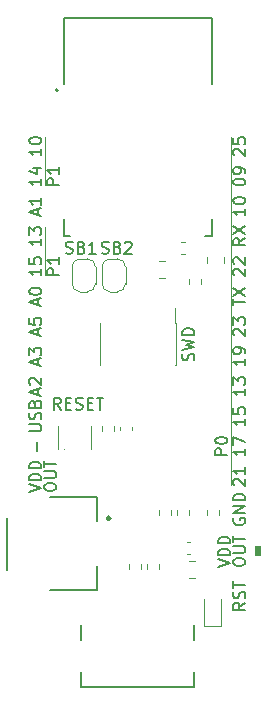
<source format=gbr>
%TF.GenerationSoftware,KiCad,Pcbnew,5.1.7-a382d34a8~88~ubuntu18.04.1*%
%TF.CreationDate,2022-09-03T09:09:10-04:00*%
%TF.ProjectId,project-MS88SF3-breakout,70726f6a-6563-4742-9d4d-533838534633,rev?*%
%TF.SameCoordinates,Original*%
%TF.FileFunction,Legend,Top*%
%TF.FilePolarity,Positive*%
%FSLAX46Y46*%
G04 Gerber Fmt 4.6, Leading zero omitted, Abs format (unit mm)*
G04 Created by KiCad (PCBNEW 5.1.7-a382d34a8~88~ubuntu18.04.1) date 2022-09-03 09:09:10*
%MOMM*%
%LPD*%
G01*
G04 APERTURE LIST*
%ADD10C,0.150000*%
%ADD11C,0.120000*%
%ADD12C,0.500000*%
%ADD13C,0.127000*%
%ADD14C,0.200000*%
%ADD15C,0.100000*%
%ADD16C,0.300000*%
%ADD17R,1.300000X1.800000*%
%ADD18R,1.100000X0.350000*%
%ADD19R,0.350000X1.100000*%
%ADD20O,1.700000X1.700000*%
%ADD21R,1.700000X1.700000*%
%ADD22R,0.300000X1.150000*%
%ADD23R,0.600000X1.150000*%
%ADD24C,0.650000*%
%ADD25O,1.050000X2.100000*%
%ADD26O,1.000000X2.000000*%
%ADD27R,0.700000X0.350000*%
%ADD28R,0.600000X0.650000*%
%ADD29R,3.400000X1.500000*%
%ADD30R,3.500000X1.000000*%
%ADD31C,3.500000*%
%ADD32R,0.740000X2.400000*%
G04 APERTURE END LIST*
D10*
X39584380Y-116062000D02*
X39584380Y-115871523D01*
X39632000Y-115776285D01*
X39727238Y-115681047D01*
X39917714Y-115633428D01*
X40251047Y-115633428D01*
X40441523Y-115681047D01*
X40536761Y-115776285D01*
X40584380Y-115871523D01*
X40584380Y-116062000D01*
X40536761Y-116157238D01*
X40441523Y-116252476D01*
X40251047Y-116300095D01*
X39917714Y-116300095D01*
X39727238Y-116252476D01*
X39632000Y-116157238D01*
X39584380Y-116062000D01*
X39584380Y-115204857D02*
X40393904Y-115204857D01*
X40489142Y-115157238D01*
X40536761Y-115109619D01*
X40584380Y-115014380D01*
X40584380Y-114823904D01*
X40536761Y-114728666D01*
X40489142Y-114681047D01*
X40393904Y-114633428D01*
X39584380Y-114633428D01*
X39584380Y-114300095D02*
X39584380Y-113728666D01*
X40584380Y-114014380D02*
X39584380Y-114014380D01*
X40838380Y-90400095D02*
X39838380Y-90400095D01*
X39838380Y-90019142D01*
X39886000Y-89923904D01*
X39933619Y-89876285D01*
X40028857Y-89828666D01*
X40171714Y-89828666D01*
X40266952Y-89876285D01*
X40314571Y-89923904D01*
X40362190Y-90019142D01*
X40362190Y-90400095D01*
X40838380Y-88876285D02*
X40838380Y-89447714D01*
X40838380Y-89162000D02*
X39838380Y-89162000D01*
X39981238Y-89257238D01*
X40076476Y-89352476D01*
X40124095Y-89447714D01*
D11*
X39624000Y-90424000D02*
X39624000Y-86360000D01*
D10*
X39314380Y-87312476D02*
X39314380Y-87883904D01*
X39314380Y-87598190D02*
X38314380Y-87598190D01*
X38457238Y-87693428D01*
X38552476Y-87788666D01*
X38600095Y-87883904D01*
X38314380Y-86693428D02*
X38314380Y-86598190D01*
X38362000Y-86502952D01*
X38409619Y-86455333D01*
X38504857Y-86407714D01*
X38695333Y-86360095D01*
X38933428Y-86360095D01*
X39123904Y-86407714D01*
X39219142Y-86455333D01*
X39266761Y-86502952D01*
X39314380Y-86598190D01*
X39314380Y-86693428D01*
X39266761Y-86788666D01*
X39219142Y-86836285D01*
X39123904Y-86883904D01*
X38933428Y-86931523D01*
X38695333Y-86931523D01*
X38504857Y-86883904D01*
X38409619Y-86836285D01*
X38362000Y-86788666D01*
X38314380Y-86693428D01*
X39314380Y-89852476D02*
X39314380Y-90423904D01*
X39314380Y-90138190D02*
X38314380Y-90138190D01*
X38457238Y-90233428D01*
X38552476Y-90328666D01*
X38600095Y-90423904D01*
X38647714Y-88995333D02*
X39314380Y-88995333D01*
X38266761Y-89233428D02*
X38981047Y-89471523D01*
X38981047Y-88852476D01*
X39028666Y-92916285D02*
X39028666Y-92440095D01*
X39314380Y-93011523D02*
X38314380Y-92678190D01*
X39314380Y-92344857D01*
X39314380Y-91487714D02*
X39314380Y-92059142D01*
X39314380Y-91773428D02*
X38314380Y-91773428D01*
X38457238Y-91868666D01*
X38552476Y-91963904D01*
X38600095Y-92059142D01*
X39314380Y-94932476D02*
X39314380Y-95503904D01*
X39314380Y-95218190D02*
X38314380Y-95218190D01*
X38457238Y-95313428D01*
X38552476Y-95408666D01*
X38600095Y-95503904D01*
X38314380Y-94599142D02*
X38314380Y-93980095D01*
X38695333Y-94313428D01*
X38695333Y-94170571D01*
X38742952Y-94075333D01*
X38790571Y-94027714D01*
X38885809Y-93980095D01*
X39123904Y-93980095D01*
X39219142Y-94027714D01*
X39266761Y-94075333D01*
X39314380Y-94170571D01*
X39314380Y-94456285D01*
X39266761Y-94551523D01*
X39219142Y-94599142D01*
D11*
X39624000Y-98044000D02*
X39624000Y-93980000D01*
D10*
X40838380Y-98020095D02*
X39838380Y-98020095D01*
X39838380Y-97639142D01*
X39886000Y-97543904D01*
X39933619Y-97496285D01*
X40028857Y-97448666D01*
X40171714Y-97448666D01*
X40266952Y-97496285D01*
X40314571Y-97543904D01*
X40362190Y-97639142D01*
X40362190Y-98020095D01*
X40838380Y-96496285D02*
X40838380Y-97067714D01*
X40838380Y-96782000D02*
X39838380Y-96782000D01*
X39981238Y-96877238D01*
X40076476Y-96972476D01*
X40124095Y-97067714D01*
X39314380Y-97472476D02*
X39314380Y-98043904D01*
X39314380Y-97758190D02*
X38314380Y-97758190D01*
X38457238Y-97853428D01*
X38552476Y-97948666D01*
X38600095Y-98043904D01*
X38314380Y-96567714D02*
X38314380Y-97043904D01*
X38790571Y-97091523D01*
X38742952Y-97043904D01*
X38695333Y-96948666D01*
X38695333Y-96710571D01*
X38742952Y-96615333D01*
X38790571Y-96567714D01*
X38885809Y-96520095D01*
X39123904Y-96520095D01*
X39219142Y-96567714D01*
X39266761Y-96615333D01*
X39314380Y-96710571D01*
X39314380Y-96948666D01*
X39266761Y-97043904D01*
X39219142Y-97091523D01*
X39028666Y-100536285D02*
X39028666Y-100060095D01*
X39314380Y-100631523D02*
X38314380Y-100298190D01*
X39314380Y-99964857D01*
X38314380Y-99441047D02*
X38314380Y-99345809D01*
X38362000Y-99250571D01*
X38409619Y-99202952D01*
X38504857Y-99155333D01*
X38695333Y-99107714D01*
X38933428Y-99107714D01*
X39123904Y-99155333D01*
X39219142Y-99202952D01*
X39266761Y-99250571D01*
X39314380Y-99345809D01*
X39314380Y-99441047D01*
X39266761Y-99536285D01*
X39219142Y-99583904D01*
X39123904Y-99631523D01*
X38933428Y-99679142D01*
X38695333Y-99679142D01*
X38504857Y-99631523D01*
X38409619Y-99583904D01*
X38362000Y-99536285D01*
X38314380Y-99441047D01*
X39028666Y-103076285D02*
X39028666Y-102600095D01*
X39314380Y-103171523D02*
X38314380Y-102838190D01*
X39314380Y-102504857D01*
X38314380Y-101695333D02*
X38314380Y-102171523D01*
X38790571Y-102219142D01*
X38742952Y-102171523D01*
X38695333Y-102076285D01*
X38695333Y-101838190D01*
X38742952Y-101742952D01*
X38790571Y-101695333D01*
X38885809Y-101647714D01*
X39123904Y-101647714D01*
X39219142Y-101695333D01*
X39266761Y-101742952D01*
X39314380Y-101838190D01*
X39314380Y-102076285D01*
X39266761Y-102171523D01*
X39219142Y-102219142D01*
X39028666Y-105616285D02*
X39028666Y-105140095D01*
X39314380Y-105711523D02*
X38314380Y-105378190D01*
X39314380Y-105044857D01*
X38314380Y-104806761D02*
X38314380Y-104187714D01*
X38695333Y-104521047D01*
X38695333Y-104378190D01*
X38742952Y-104282952D01*
X38790571Y-104235333D01*
X38885809Y-104187714D01*
X39123904Y-104187714D01*
X39219142Y-104235333D01*
X39266761Y-104282952D01*
X39314380Y-104378190D01*
X39314380Y-104663904D01*
X39266761Y-104759142D01*
X39219142Y-104806761D01*
X39028666Y-108156285D02*
X39028666Y-107680095D01*
X39314380Y-108251523D02*
X38314380Y-107918190D01*
X39314380Y-107584857D01*
X38409619Y-107299142D02*
X38362000Y-107251523D01*
X38314380Y-107156285D01*
X38314380Y-106918190D01*
X38362000Y-106822952D01*
X38409619Y-106775333D01*
X38504857Y-106727714D01*
X38600095Y-106727714D01*
X38742952Y-106775333D01*
X39314380Y-107346761D01*
X39314380Y-106727714D01*
X38314380Y-111243904D02*
X39123904Y-111243904D01*
X39219142Y-111196285D01*
X39266761Y-111148666D01*
X39314380Y-111053428D01*
X39314380Y-110862952D01*
X39266761Y-110767714D01*
X39219142Y-110720095D01*
X39123904Y-110672476D01*
X38314380Y-110672476D01*
X39266761Y-110243904D02*
X39314380Y-110101047D01*
X39314380Y-109862952D01*
X39266761Y-109767714D01*
X39219142Y-109720095D01*
X39123904Y-109672476D01*
X39028666Y-109672476D01*
X38933428Y-109720095D01*
X38885809Y-109767714D01*
X38838190Y-109862952D01*
X38790571Y-110053428D01*
X38742952Y-110148666D01*
X38695333Y-110196285D01*
X38600095Y-110243904D01*
X38504857Y-110243904D01*
X38409619Y-110196285D01*
X38362000Y-110148666D01*
X38314380Y-110053428D01*
X38314380Y-109815333D01*
X38362000Y-109672476D01*
X38790571Y-108910571D02*
X38838190Y-108767714D01*
X38885809Y-108720095D01*
X38981047Y-108672476D01*
X39123904Y-108672476D01*
X39219142Y-108720095D01*
X39266761Y-108767714D01*
X39314380Y-108862952D01*
X39314380Y-109243904D01*
X38314380Y-109243904D01*
X38314380Y-108910571D01*
X38362000Y-108815333D01*
X38409619Y-108767714D01*
X38504857Y-108720095D01*
X38600095Y-108720095D01*
X38695333Y-108767714D01*
X38742952Y-108815333D01*
X38790571Y-108910571D01*
X38790571Y-109243904D01*
X38933428Y-112902952D02*
X38933428Y-112141047D01*
X38314380Y-116395333D02*
X39314380Y-116062000D01*
X38314380Y-115728666D01*
X39314380Y-115395333D02*
X38314380Y-115395333D01*
X38314380Y-115157238D01*
X38362000Y-115014380D01*
X38457238Y-114919142D01*
X38552476Y-114871523D01*
X38742952Y-114823904D01*
X38885809Y-114823904D01*
X39076285Y-114871523D01*
X39171523Y-114919142D01*
X39266761Y-115014380D01*
X39314380Y-115157238D01*
X39314380Y-115395333D01*
X39314380Y-114395333D02*
X38314380Y-114395333D01*
X38314380Y-114157238D01*
X38362000Y-114014380D01*
X38457238Y-113919142D01*
X38552476Y-113871523D01*
X38742952Y-113823904D01*
X38885809Y-113823904D01*
X39076285Y-113871523D01*
X39171523Y-113919142D01*
X39266761Y-114014380D01*
X39314380Y-114157238D01*
X39314380Y-114395333D01*
X55681619Y-87883904D02*
X55634000Y-87836285D01*
X55586380Y-87741047D01*
X55586380Y-87502952D01*
X55634000Y-87407714D01*
X55681619Y-87360095D01*
X55776857Y-87312476D01*
X55872095Y-87312476D01*
X56014952Y-87360095D01*
X56586380Y-87931523D01*
X56586380Y-87312476D01*
X55586380Y-86407714D02*
X55586380Y-86883904D01*
X56062571Y-86931523D01*
X56014952Y-86883904D01*
X55967333Y-86788666D01*
X55967333Y-86550571D01*
X56014952Y-86455333D01*
X56062571Y-86407714D01*
X56157809Y-86360095D01*
X56395904Y-86360095D01*
X56491142Y-86407714D01*
X56538761Y-86455333D01*
X56586380Y-86550571D01*
X56586380Y-86788666D01*
X56538761Y-86883904D01*
X56491142Y-86931523D01*
X55586380Y-90185809D02*
X55586380Y-90090571D01*
X55634000Y-89995333D01*
X55681619Y-89947714D01*
X55776857Y-89900095D01*
X55967333Y-89852476D01*
X56205428Y-89852476D01*
X56395904Y-89900095D01*
X56491142Y-89947714D01*
X56538761Y-89995333D01*
X56586380Y-90090571D01*
X56586380Y-90185809D01*
X56538761Y-90281047D01*
X56491142Y-90328666D01*
X56395904Y-90376285D01*
X56205428Y-90423904D01*
X55967333Y-90423904D01*
X55776857Y-90376285D01*
X55681619Y-90328666D01*
X55634000Y-90281047D01*
X55586380Y-90185809D01*
X56586380Y-89376285D02*
X56586380Y-89185809D01*
X56538761Y-89090571D01*
X56491142Y-89042952D01*
X56348285Y-88947714D01*
X56157809Y-88900095D01*
X55776857Y-88900095D01*
X55681619Y-88947714D01*
X55634000Y-88995333D01*
X55586380Y-89090571D01*
X55586380Y-89281047D01*
X55634000Y-89376285D01*
X55681619Y-89423904D01*
X55776857Y-89471523D01*
X56014952Y-89471523D01*
X56110190Y-89423904D01*
X56157809Y-89376285D01*
X56205428Y-89281047D01*
X56205428Y-89090571D01*
X56157809Y-88995333D01*
X56110190Y-88947714D01*
X56014952Y-88900095D01*
X56586380Y-92392476D02*
X56586380Y-92963904D01*
X56586380Y-92678190D02*
X55586380Y-92678190D01*
X55729238Y-92773428D01*
X55824476Y-92868666D01*
X55872095Y-92963904D01*
X55586380Y-91773428D02*
X55586380Y-91678190D01*
X55634000Y-91582952D01*
X55681619Y-91535333D01*
X55776857Y-91487714D01*
X55967333Y-91440095D01*
X56205428Y-91440095D01*
X56395904Y-91487714D01*
X56491142Y-91535333D01*
X56538761Y-91582952D01*
X56586380Y-91678190D01*
X56586380Y-91773428D01*
X56538761Y-91868666D01*
X56491142Y-91916285D01*
X56395904Y-91963904D01*
X56205428Y-92011523D01*
X55967333Y-92011523D01*
X55776857Y-91963904D01*
X55681619Y-91916285D01*
X55634000Y-91868666D01*
X55586380Y-91773428D01*
X56586380Y-94908666D02*
X56110190Y-95242000D01*
X56586380Y-95480095D02*
X55586380Y-95480095D01*
X55586380Y-95099142D01*
X55634000Y-95003904D01*
X55681619Y-94956285D01*
X55776857Y-94908666D01*
X55919714Y-94908666D01*
X56014952Y-94956285D01*
X56062571Y-95003904D01*
X56110190Y-95099142D01*
X56110190Y-95480095D01*
X55586380Y-94575333D02*
X56586380Y-93908666D01*
X55586380Y-93908666D02*
X56586380Y-94575333D01*
X55586380Y-100583904D02*
X55586380Y-100012476D01*
X56586380Y-100298190D02*
X55586380Y-100298190D01*
X55586380Y-99774380D02*
X56586380Y-99107714D01*
X55586380Y-99107714D02*
X56586380Y-99774380D01*
X55681619Y-103123904D02*
X55634000Y-103076285D01*
X55586380Y-102981047D01*
X55586380Y-102742952D01*
X55634000Y-102647714D01*
X55681619Y-102600095D01*
X55776857Y-102552476D01*
X55872095Y-102552476D01*
X56014952Y-102600095D01*
X56586380Y-103171523D01*
X56586380Y-102552476D01*
X55586380Y-102219142D02*
X55586380Y-101600095D01*
X55967333Y-101933428D01*
X55967333Y-101790571D01*
X56014952Y-101695333D01*
X56062571Y-101647714D01*
X56157809Y-101600095D01*
X56395904Y-101600095D01*
X56491142Y-101647714D01*
X56538761Y-101695333D01*
X56586380Y-101790571D01*
X56586380Y-102076285D01*
X56538761Y-102171523D01*
X56491142Y-102219142D01*
X56586380Y-107632476D02*
X56586380Y-108203904D01*
X56586380Y-107918190D02*
X55586380Y-107918190D01*
X55729238Y-108013428D01*
X55824476Y-108108666D01*
X55872095Y-108203904D01*
X55586380Y-107299142D02*
X55586380Y-106680095D01*
X55967333Y-107013428D01*
X55967333Y-106870571D01*
X56014952Y-106775333D01*
X56062571Y-106727714D01*
X56157809Y-106680095D01*
X56395904Y-106680095D01*
X56491142Y-106727714D01*
X56538761Y-106775333D01*
X56586380Y-106870571D01*
X56586380Y-107156285D01*
X56538761Y-107251523D01*
X56491142Y-107299142D01*
X56586380Y-110172476D02*
X56586380Y-110743904D01*
X56586380Y-110458190D02*
X55586380Y-110458190D01*
X55729238Y-110553428D01*
X55824476Y-110648666D01*
X55872095Y-110743904D01*
X55586380Y-109267714D02*
X55586380Y-109743904D01*
X56062571Y-109791523D01*
X56014952Y-109743904D01*
X55967333Y-109648666D01*
X55967333Y-109410571D01*
X56014952Y-109315333D01*
X56062571Y-109267714D01*
X56157809Y-109220095D01*
X56395904Y-109220095D01*
X56491142Y-109267714D01*
X56538761Y-109315333D01*
X56586380Y-109410571D01*
X56586380Y-109648666D01*
X56538761Y-109743904D01*
X56491142Y-109791523D01*
X56586380Y-112712476D02*
X56586380Y-113283904D01*
X56586380Y-112998190D02*
X55586380Y-112998190D01*
X55729238Y-113093428D01*
X55824476Y-113188666D01*
X55872095Y-113283904D01*
X55586380Y-112379142D02*
X55586380Y-111712476D01*
X56586380Y-112141047D01*
X55681619Y-115823904D02*
X55634000Y-115776285D01*
X55586380Y-115681047D01*
X55586380Y-115442952D01*
X55634000Y-115347714D01*
X55681619Y-115300095D01*
X55776857Y-115252476D01*
X55872095Y-115252476D01*
X56014952Y-115300095D01*
X56586380Y-115871523D01*
X56586380Y-115252476D01*
X56586380Y-114300095D02*
X56586380Y-114871523D01*
X56586380Y-114585809D02*
X55586380Y-114585809D01*
X55729238Y-114681047D01*
X55824476Y-114776285D01*
X55872095Y-114871523D01*
X41410095Y-96162761D02*
X41552952Y-96210380D01*
X41791047Y-96210380D01*
X41886285Y-96162761D01*
X41933904Y-96115142D01*
X41981523Y-96019904D01*
X41981523Y-95924666D01*
X41933904Y-95829428D01*
X41886285Y-95781809D01*
X41791047Y-95734190D01*
X41600571Y-95686571D01*
X41505333Y-95638952D01*
X41457714Y-95591333D01*
X41410095Y-95496095D01*
X41410095Y-95400857D01*
X41457714Y-95305619D01*
X41505333Y-95258000D01*
X41600571Y-95210380D01*
X41838666Y-95210380D01*
X41981523Y-95258000D01*
X42743428Y-95686571D02*
X42886285Y-95734190D01*
X42933904Y-95781809D01*
X42981523Y-95877047D01*
X42981523Y-96019904D01*
X42933904Y-96115142D01*
X42886285Y-96162761D01*
X42791047Y-96210380D01*
X42410095Y-96210380D01*
X42410095Y-95210380D01*
X42743428Y-95210380D01*
X42838666Y-95258000D01*
X42886285Y-95305619D01*
X42933904Y-95400857D01*
X42933904Y-95496095D01*
X42886285Y-95591333D01*
X42838666Y-95638952D01*
X42743428Y-95686571D01*
X42410095Y-95686571D01*
X43933904Y-96210380D02*
X43362476Y-96210380D01*
X43648190Y-96210380D02*
X43648190Y-95210380D01*
X43552952Y-95353238D01*
X43457714Y-95448476D01*
X43362476Y-95496095D01*
X44458095Y-96162761D02*
X44600952Y-96210380D01*
X44839047Y-96210380D01*
X44934285Y-96162761D01*
X44981904Y-96115142D01*
X45029523Y-96019904D01*
X45029523Y-95924666D01*
X44981904Y-95829428D01*
X44934285Y-95781809D01*
X44839047Y-95734190D01*
X44648571Y-95686571D01*
X44553333Y-95638952D01*
X44505714Y-95591333D01*
X44458095Y-95496095D01*
X44458095Y-95400857D01*
X44505714Y-95305619D01*
X44553333Y-95258000D01*
X44648571Y-95210380D01*
X44886666Y-95210380D01*
X45029523Y-95258000D01*
X45791428Y-95686571D02*
X45934285Y-95734190D01*
X45981904Y-95781809D01*
X46029523Y-95877047D01*
X46029523Y-96019904D01*
X45981904Y-96115142D01*
X45934285Y-96162761D01*
X45839047Y-96210380D01*
X45458095Y-96210380D01*
X45458095Y-95210380D01*
X45791428Y-95210380D01*
X45886666Y-95258000D01*
X45934285Y-95305619D01*
X45981904Y-95400857D01*
X45981904Y-95496095D01*
X45934285Y-95591333D01*
X45886666Y-95638952D01*
X45791428Y-95686571D01*
X45458095Y-95686571D01*
X46410476Y-95305619D02*
X46458095Y-95258000D01*
X46553333Y-95210380D01*
X46791428Y-95210380D01*
X46886666Y-95258000D01*
X46934285Y-95305619D01*
X46981904Y-95400857D01*
X46981904Y-95496095D01*
X46934285Y-95638952D01*
X46362857Y-96210380D01*
X46981904Y-96210380D01*
X55681619Y-98043904D02*
X55634000Y-97996285D01*
X55586380Y-97901047D01*
X55586380Y-97662952D01*
X55634000Y-97567714D01*
X55681619Y-97520095D01*
X55776857Y-97472476D01*
X55872095Y-97472476D01*
X56014952Y-97520095D01*
X56586380Y-98091523D01*
X56586380Y-97472476D01*
X55681619Y-97091523D02*
X55634000Y-97043904D01*
X55586380Y-96948666D01*
X55586380Y-96710571D01*
X55634000Y-96615333D01*
X55681619Y-96567714D01*
X55776857Y-96520095D01*
X55872095Y-96520095D01*
X56014952Y-96567714D01*
X56586380Y-97139142D01*
X56586380Y-96520095D01*
X56586380Y-105092476D02*
X56586380Y-105663904D01*
X56586380Y-105378190D02*
X55586380Y-105378190D01*
X55729238Y-105473428D01*
X55824476Y-105568666D01*
X55872095Y-105663904D01*
X56586380Y-104616285D02*
X56586380Y-104425809D01*
X56538761Y-104330571D01*
X56491142Y-104282952D01*
X56348285Y-104187714D01*
X56157809Y-104140095D01*
X55776857Y-104140095D01*
X55681619Y-104187714D01*
X55634000Y-104235333D01*
X55586380Y-104330571D01*
X55586380Y-104521047D01*
X55634000Y-104616285D01*
X55681619Y-104663904D01*
X55776857Y-104711523D01*
X56014952Y-104711523D01*
X56110190Y-104663904D01*
X56157809Y-104616285D01*
X56205428Y-104521047D01*
X56205428Y-104330571D01*
X56157809Y-104235333D01*
X56110190Y-104187714D01*
X56014952Y-104140095D01*
D11*
X55372000Y-115824000D02*
X55372000Y-86360000D01*
D10*
X55062380Y-113260095D02*
X54062380Y-113260095D01*
X54062380Y-112879142D01*
X54110000Y-112783904D01*
X54157619Y-112736285D01*
X54252857Y-112688666D01*
X54395714Y-112688666D01*
X54490952Y-112736285D01*
X54538571Y-112783904D01*
X54586190Y-112879142D01*
X54586190Y-113260095D01*
X54062380Y-112069619D02*
X54062380Y-111974380D01*
X54110000Y-111879142D01*
X54157619Y-111831523D01*
X54252857Y-111783904D01*
X54443333Y-111736285D01*
X54681428Y-111736285D01*
X54871904Y-111783904D01*
X54967142Y-111831523D01*
X55014761Y-111879142D01*
X55062380Y-111974380D01*
X55062380Y-112069619D01*
X55014761Y-112164857D01*
X54967142Y-112212476D01*
X54871904Y-112260095D01*
X54681428Y-112307714D01*
X54443333Y-112307714D01*
X54252857Y-112260095D01*
X54157619Y-112212476D01*
X54110000Y-112164857D01*
X54062380Y-112069619D01*
X52220761Y-105243142D02*
X52268380Y-105100285D01*
X52268380Y-104862190D01*
X52220761Y-104766952D01*
X52173142Y-104719333D01*
X52077904Y-104671714D01*
X51982666Y-104671714D01*
X51887428Y-104719333D01*
X51839809Y-104766952D01*
X51792190Y-104862190D01*
X51744571Y-105052666D01*
X51696952Y-105147904D01*
X51649333Y-105195523D01*
X51554095Y-105243142D01*
X51458857Y-105243142D01*
X51363619Y-105195523D01*
X51316000Y-105147904D01*
X51268380Y-105052666D01*
X51268380Y-104814571D01*
X51316000Y-104671714D01*
X51268380Y-104338380D02*
X52268380Y-104100285D01*
X51554095Y-103909809D01*
X52268380Y-103719333D01*
X51268380Y-103481238D01*
X52268380Y-103100285D02*
X51268380Y-103100285D01*
X51268380Y-102862190D01*
X51316000Y-102719333D01*
X51411238Y-102624095D01*
X51506476Y-102576476D01*
X51696952Y-102528857D01*
X51839809Y-102528857D01*
X52030285Y-102576476D01*
X52125523Y-102624095D01*
X52220761Y-102719333D01*
X52268380Y-102862190D01*
X52268380Y-103100285D01*
X55586380Y-122412000D02*
X55586380Y-122221523D01*
X55634000Y-122126285D01*
X55729238Y-122031047D01*
X55919714Y-121983428D01*
X56253047Y-121983428D01*
X56443523Y-122031047D01*
X56538761Y-122126285D01*
X56586380Y-122221523D01*
X56586380Y-122412000D01*
X56538761Y-122507238D01*
X56443523Y-122602476D01*
X56253047Y-122650095D01*
X55919714Y-122650095D01*
X55729238Y-122602476D01*
X55634000Y-122507238D01*
X55586380Y-122412000D01*
X55586380Y-121554857D02*
X56395904Y-121554857D01*
X56491142Y-121507238D01*
X56538761Y-121459619D01*
X56586380Y-121364380D01*
X56586380Y-121173904D01*
X56538761Y-121078666D01*
X56491142Y-121031047D01*
X56395904Y-120983428D01*
X55586380Y-120983428D01*
X55586380Y-120650095D02*
X55586380Y-120078666D01*
X56586380Y-120364380D02*
X55586380Y-120364380D01*
D12*
X57658000Y-121920000D02*
X57658000Y-120904000D01*
D10*
X55634000Y-118617904D02*
X55586380Y-118713142D01*
X55586380Y-118856000D01*
X55634000Y-118998857D01*
X55729238Y-119094095D01*
X55824476Y-119141714D01*
X56014952Y-119189333D01*
X56157809Y-119189333D01*
X56348285Y-119141714D01*
X56443523Y-119094095D01*
X56538761Y-118998857D01*
X56586380Y-118856000D01*
X56586380Y-118760761D01*
X56538761Y-118617904D01*
X56491142Y-118570285D01*
X56157809Y-118570285D01*
X56157809Y-118760761D01*
X56586380Y-118141714D02*
X55586380Y-118141714D01*
X56586380Y-117570285D01*
X55586380Y-117570285D01*
X56586380Y-117094095D02*
X55586380Y-117094095D01*
X55586380Y-116856000D01*
X55634000Y-116713142D01*
X55729238Y-116617904D01*
X55824476Y-116570285D01*
X56014952Y-116522666D01*
X56157809Y-116522666D01*
X56348285Y-116570285D01*
X56443523Y-116617904D01*
X56538761Y-116713142D01*
X56586380Y-116856000D01*
X56586380Y-117094095D01*
X40965619Y-109418380D02*
X40632285Y-108942190D01*
X40394190Y-109418380D02*
X40394190Y-108418380D01*
X40775142Y-108418380D01*
X40870380Y-108466000D01*
X40918000Y-108513619D01*
X40965619Y-108608857D01*
X40965619Y-108751714D01*
X40918000Y-108846952D01*
X40870380Y-108894571D01*
X40775142Y-108942190D01*
X40394190Y-108942190D01*
X41394190Y-108894571D02*
X41727523Y-108894571D01*
X41870380Y-109418380D02*
X41394190Y-109418380D01*
X41394190Y-108418380D01*
X41870380Y-108418380D01*
X42251333Y-109370761D02*
X42394190Y-109418380D01*
X42632285Y-109418380D01*
X42727523Y-109370761D01*
X42775142Y-109323142D01*
X42822761Y-109227904D01*
X42822761Y-109132666D01*
X42775142Y-109037428D01*
X42727523Y-108989809D01*
X42632285Y-108942190D01*
X42441809Y-108894571D01*
X42346571Y-108846952D01*
X42298952Y-108799333D01*
X42251333Y-108704095D01*
X42251333Y-108608857D01*
X42298952Y-108513619D01*
X42346571Y-108466000D01*
X42441809Y-108418380D01*
X42679904Y-108418380D01*
X42822761Y-108466000D01*
X43251333Y-108894571D02*
X43584666Y-108894571D01*
X43727523Y-109418380D02*
X43251333Y-109418380D01*
X43251333Y-108418380D01*
X43727523Y-108418380D01*
X44013238Y-108418380D02*
X44584666Y-108418380D01*
X44298952Y-109418380D02*
X44298952Y-108418380D01*
X56586380Y-125769619D02*
X56110190Y-126102952D01*
X56586380Y-126341047D02*
X55586380Y-126341047D01*
X55586380Y-125960095D01*
X55634000Y-125864857D01*
X55681619Y-125817238D01*
X55776857Y-125769619D01*
X55919714Y-125769619D01*
X56014952Y-125817238D01*
X56062571Y-125864857D01*
X56110190Y-125960095D01*
X56110190Y-126341047D01*
X56538761Y-125388666D02*
X56586380Y-125245809D01*
X56586380Y-125007714D01*
X56538761Y-124912476D01*
X56491142Y-124864857D01*
X56395904Y-124817238D01*
X56300666Y-124817238D01*
X56205428Y-124864857D01*
X56157809Y-124912476D01*
X56110190Y-125007714D01*
X56062571Y-125198190D01*
X56014952Y-125293428D01*
X55967333Y-125341047D01*
X55872095Y-125388666D01*
X55776857Y-125388666D01*
X55681619Y-125341047D01*
X55634000Y-125293428D01*
X55586380Y-125198190D01*
X55586380Y-124960095D01*
X55634000Y-124817238D01*
X55586380Y-124531523D02*
X55586380Y-123960095D01*
X56586380Y-124245809D02*
X55586380Y-124245809D01*
X54316380Y-122745333D02*
X55316380Y-122412000D01*
X54316380Y-122078666D01*
X55316380Y-121745333D02*
X54316380Y-121745333D01*
X54316380Y-121507238D01*
X54364000Y-121364380D01*
X54459238Y-121269142D01*
X54554476Y-121221523D01*
X54744952Y-121173904D01*
X54887809Y-121173904D01*
X55078285Y-121221523D01*
X55173523Y-121269142D01*
X55268761Y-121364380D01*
X55316380Y-121507238D01*
X55316380Y-121745333D01*
X55316380Y-120745333D02*
X54316380Y-120745333D01*
X54316380Y-120507238D01*
X54364000Y-120364380D01*
X54459238Y-120269142D01*
X54554476Y-120221523D01*
X54744952Y-120173904D01*
X54887809Y-120173904D01*
X55078285Y-120221523D01*
X55173523Y-120269142D01*
X55268761Y-120364380D01*
X55316380Y-120507238D01*
X55316380Y-120745333D01*
D11*
%TO.C,C6*%
X53367000Y-96512748D02*
X53367000Y-97035252D01*
X54837000Y-96512748D02*
X54837000Y-97035252D01*
D13*
%TO.C,U1*%
X53748000Y-76221000D02*
X53748000Y-81821000D01*
X53748000Y-94721000D02*
X53748000Y-93271000D01*
X41803000Y-94721000D02*
X41248000Y-94721000D01*
X53748000Y-94721000D02*
X53193000Y-94721000D01*
X41248000Y-81821000D02*
X41248000Y-76221000D01*
X41248000Y-94721000D02*
X41248000Y-93271000D01*
X41248000Y-76221000D02*
X53748000Y-76221000D01*
D14*
X40748000Y-82371000D02*
G75*
G03*
X40748000Y-82371000I-100000J0D01*
G01*
%TO.C,J3*%
X42708000Y-131622000D02*
X42708000Y-132902000D01*
X42708000Y-132902000D02*
X52288000Y-132902000D01*
X52288000Y-132902000D02*
X52288000Y-131622000D01*
X42708000Y-127652000D02*
X42708000Y-128902000D01*
X52288000Y-127652000D02*
X52288000Y-128902000D01*
D15*
%TO.C,S1*%
X40764000Y-112760000D02*
X40764000Y-110760000D01*
X43564000Y-112760000D02*
X43564000Y-110760000D01*
X41314000Y-112776000D02*
G75*
G03*
X41314000Y-112776000I-50000J0D01*
G01*
D13*
%TO.C,J2*%
X44038000Y-124727000D02*
X44038000Y-122677000D01*
X44038000Y-118877000D02*
X44038000Y-116827000D01*
X44038000Y-116827000D02*
X40038000Y-116827000D01*
D16*
X45138000Y-118627000D02*
G75*
G03*
X45138000Y-118627000I-100000J0D01*
G01*
D13*
X36438000Y-118577000D02*
X36438000Y-122977000D01*
X40038000Y-124727000D02*
X44038000Y-124727000D01*
D11*
%TO.C,R7*%
X46721500Y-122444742D02*
X46721500Y-122919258D01*
X47766500Y-122444742D02*
X47766500Y-122919258D01*
%TO.C,R6*%
X48245500Y-122444742D02*
X48245500Y-122919258D01*
X49290500Y-122444742D02*
X49290500Y-122919258D01*
%TO.C,R5*%
X51830500Y-118347258D02*
X51830500Y-117872742D01*
X50785500Y-118347258D02*
X50785500Y-117872742D01*
%TO.C,R4*%
X50306500Y-118347258D02*
X50306500Y-117872742D01*
X49261500Y-118347258D02*
X49261500Y-117872742D01*
%TO.C,R3*%
X52846500Y-98789258D02*
X52846500Y-98314742D01*
X51801500Y-98789258D02*
X51801500Y-98314742D01*
%TO.C,R2*%
X54370500Y-118347258D02*
X54370500Y-117872742D01*
X53325500Y-118347258D02*
X53325500Y-117872742D01*
%TO.C,R1*%
X45480500Y-111235258D02*
X45480500Y-110760742D01*
X44435500Y-111235258D02*
X44435500Y-110760742D01*
%TO.C,L1*%
X51145221Y-96268000D02*
X51470779Y-96268000D01*
X51145221Y-95248000D02*
X51470779Y-95248000D01*
%TO.C,JP2*%
X41926000Y-98744000D02*
X41926000Y-97344000D01*
X42626000Y-96644000D02*
X43226000Y-96644000D01*
X43926000Y-97344000D02*
X43926000Y-98744000D01*
X43226000Y-99444000D02*
X42626000Y-99444000D01*
X42626000Y-99444000D02*
G75*
G02*
X41926000Y-98744000I0J700000D01*
G01*
X43926000Y-98744000D02*
G75*
G02*
X43226000Y-99444000I-700000J0D01*
G01*
X43226000Y-96644000D02*
G75*
G02*
X43926000Y-97344000I0J-700000D01*
G01*
X41926000Y-97344000D02*
G75*
G02*
X42626000Y-96644000I700000J0D01*
G01*
%TO.C,JP1*%
X44466000Y-98744000D02*
X44466000Y-97344000D01*
X45166000Y-96644000D02*
X45766000Y-96644000D01*
X46466000Y-97344000D02*
X46466000Y-98744000D01*
X45766000Y-99444000D02*
X45166000Y-99444000D01*
X45166000Y-99444000D02*
G75*
G02*
X44466000Y-98744000I0J700000D01*
G01*
X46466000Y-98744000D02*
G75*
G02*
X45766000Y-99444000I-700000J0D01*
G01*
X45766000Y-96644000D02*
G75*
G02*
X46466000Y-97344000I0J-700000D01*
G01*
X44466000Y-97344000D02*
G75*
G02*
X45166000Y-96644000I700000J0D01*
G01*
%TO.C,J1*%
X44328000Y-105651000D02*
X44263000Y-105651000D01*
X44328000Y-102121000D02*
X44263000Y-102121000D01*
X50733000Y-105651000D02*
X50668000Y-105651000D01*
X50733000Y-102121000D02*
X50668000Y-102121000D01*
X50668000Y-100796000D02*
X50668000Y-102121000D01*
X44263000Y-102121000D02*
X44263000Y-105651000D01*
X50733000Y-102121000D02*
X50733000Y-105651000D01*
%TO.C,D1*%
X54583000Y-127723000D02*
X54583000Y-125438000D01*
X53113000Y-127723000D02*
X54583000Y-127723000D01*
X53113000Y-125438000D02*
X53113000Y-127723000D01*
%TO.C,C5*%
X51675420Y-121668000D02*
X51956580Y-121668000D01*
X51675420Y-120648000D02*
X51956580Y-120648000D01*
%TO.C,C4*%
X51808748Y-123671000D02*
X52331252Y-123671000D01*
X51808748Y-122201000D02*
X52331252Y-122201000D01*
%TO.C,C2*%
X49791252Y-96801000D02*
X49268748Y-96801000D01*
X49791252Y-98271000D02*
X49268748Y-98271000D01*
%TO.C,C1*%
X45972000Y-110857420D02*
X45972000Y-111138580D01*
X46992000Y-110857420D02*
X46992000Y-111138580D01*
%TD*%
%LPC*%
%TO.C,C6*%
G36*
G01*
X53627000Y-97224000D02*
X54577000Y-97224000D01*
G75*
G02*
X54827000Y-97474000I0J-250000D01*
G01*
X54827000Y-97974000D01*
G75*
G02*
X54577000Y-98224000I-250000J0D01*
G01*
X53627000Y-98224000D01*
G75*
G02*
X53377000Y-97974000I0J250000D01*
G01*
X53377000Y-97474000D01*
G75*
G02*
X53627000Y-97224000I250000J0D01*
G01*
G37*
G36*
G01*
X53627000Y-95324000D02*
X54577000Y-95324000D01*
G75*
G02*
X54827000Y-95574000I0J-250000D01*
G01*
X54827000Y-96074000D01*
G75*
G02*
X54577000Y-96324000I-250000J0D01*
G01*
X53627000Y-96324000D01*
G75*
G02*
X53377000Y-96074000I0J250000D01*
G01*
X53377000Y-95574000D01*
G75*
G02*
X53627000Y-95324000I250000J0D01*
G01*
G37*
%TD*%
D17*
%TO.C,U1*%
X45948000Y-88721000D03*
X48748000Y-88721000D03*
X48748000Y-85871000D03*
X45948000Y-85871000D03*
D18*
X51398000Y-85621000D03*
X51398000Y-84971000D03*
X51398000Y-84321000D03*
X51398000Y-83671000D03*
D19*
X49448000Y-82471000D03*
X50098000Y-82471000D03*
X50748000Y-82471000D03*
X51398000Y-82471000D03*
X51998000Y-82471000D03*
D18*
X53098000Y-82371000D03*
X53098000Y-83021000D03*
X53098000Y-83671000D03*
X53098000Y-84321000D03*
X53098000Y-84971000D03*
X53098000Y-85621000D03*
X53098000Y-86271000D03*
X53098000Y-86921000D03*
X53098000Y-87571000D03*
X53098000Y-88221000D03*
X53098000Y-88871000D03*
X53098000Y-89521000D03*
X53098000Y-90171000D03*
X53098000Y-90821000D03*
X53098000Y-91471000D03*
X53098000Y-92121000D03*
X53098000Y-92771000D03*
D19*
X52698000Y-93971000D03*
X52048000Y-93971000D03*
X51398000Y-93971000D03*
X50748000Y-93971000D03*
X50098000Y-93971000D03*
X49448000Y-93971000D03*
X48798000Y-93971000D03*
X48148000Y-93971000D03*
X47498000Y-93971000D03*
X46848000Y-93971000D03*
X46198000Y-93971000D03*
X45548000Y-93971000D03*
X44898000Y-93971000D03*
X44248000Y-93971000D03*
X43598000Y-93971000D03*
X42948000Y-93971000D03*
X42298000Y-93971000D03*
D18*
X41898000Y-92771000D03*
X41898000Y-92121000D03*
X41898000Y-91471000D03*
X41898000Y-90821000D03*
X41898000Y-90171000D03*
X41898000Y-89521000D03*
X41898000Y-88871000D03*
X41898000Y-88221000D03*
X41898000Y-87571000D03*
X41898000Y-86921000D03*
X41898000Y-86271000D03*
X41898000Y-85621000D03*
X41898000Y-84971000D03*
X41898000Y-84321000D03*
X41898000Y-83671000D03*
X41898000Y-83021000D03*
X41898000Y-82371000D03*
%TD*%
D20*
%TO.C,J4*%
X37338000Y-115062000D03*
X37338000Y-112522000D03*
X37338000Y-109982000D03*
X37338000Y-107442000D03*
X37338000Y-104902000D03*
X37338000Y-102362000D03*
X37338000Y-99822000D03*
X37338000Y-97282000D03*
X37338000Y-94742000D03*
X37338000Y-92202000D03*
X37338000Y-89662000D03*
D21*
X37338000Y-87122000D03*
%TD*%
D22*
%TO.C,J3*%
X45748000Y-125547000D03*
X46248000Y-125547000D03*
X46748000Y-125547000D03*
X49248000Y-125547000D03*
X48748000Y-125547000D03*
X48248000Y-125547000D03*
X47248000Y-125547000D03*
X47748000Y-125547000D03*
D23*
X49898000Y-125547000D03*
X45098000Y-125547000D03*
X50698000Y-125547000D03*
X44298000Y-125547000D03*
D24*
X44608000Y-126622000D03*
X50388000Y-126622000D03*
D25*
X51818000Y-126122000D03*
X43178000Y-126122000D03*
D26*
X51818000Y-130302000D03*
X43178000Y-130302000D03*
%TD*%
D20*
%TO.C,J5*%
X57658000Y-125222000D03*
X57658000Y-122682000D03*
X57658000Y-120142000D03*
X57658000Y-117602000D03*
X57658000Y-115062000D03*
X57658000Y-112522000D03*
X57658000Y-109982000D03*
X57658000Y-107442000D03*
X57658000Y-104902000D03*
X57658000Y-102362000D03*
X57658000Y-99822000D03*
X57658000Y-97282000D03*
X57658000Y-94742000D03*
X57658000Y-92202000D03*
X57658000Y-89662000D03*
D21*
X57658000Y-87122000D03*
%TD*%
D27*
%TO.C,S1*%
X42164000Y-110035000D03*
X42164000Y-113485000D03*
D28*
X43014000Y-110185000D03*
X43014000Y-113335000D03*
X41314000Y-110185000D03*
X41314000Y-113335000D03*
%TD*%
D29*
%TO.C,J2*%
X37938000Y-117427000D03*
X37938000Y-124127000D03*
D30*
X43688000Y-119777000D03*
X43688000Y-121777000D03*
%TD*%
D31*
%TO.C,H2*%
X56388000Y-83312000D03*
%TD*%
%TO.C,H1*%
X38608000Y-83312000D03*
%TD*%
%TO.C,R7*%
G36*
G01*
X46969000Y-123107000D02*
X47519000Y-123107000D01*
G75*
G02*
X47719000Y-123307000I0J-200000D01*
G01*
X47719000Y-123707000D01*
G75*
G02*
X47519000Y-123907000I-200000J0D01*
G01*
X46969000Y-123907000D01*
G75*
G02*
X46769000Y-123707000I0J200000D01*
G01*
X46769000Y-123307000D01*
G75*
G02*
X46969000Y-123107000I200000J0D01*
G01*
G37*
G36*
G01*
X46969000Y-121457000D02*
X47519000Y-121457000D01*
G75*
G02*
X47719000Y-121657000I0J-200000D01*
G01*
X47719000Y-122057000D01*
G75*
G02*
X47519000Y-122257000I-200000J0D01*
G01*
X46969000Y-122257000D01*
G75*
G02*
X46769000Y-122057000I0J200000D01*
G01*
X46769000Y-121657000D01*
G75*
G02*
X46969000Y-121457000I200000J0D01*
G01*
G37*
%TD*%
%TO.C,R6*%
G36*
G01*
X48493000Y-123107000D02*
X49043000Y-123107000D01*
G75*
G02*
X49243000Y-123307000I0J-200000D01*
G01*
X49243000Y-123707000D01*
G75*
G02*
X49043000Y-123907000I-200000J0D01*
G01*
X48493000Y-123907000D01*
G75*
G02*
X48293000Y-123707000I0J200000D01*
G01*
X48293000Y-123307000D01*
G75*
G02*
X48493000Y-123107000I200000J0D01*
G01*
G37*
G36*
G01*
X48493000Y-121457000D02*
X49043000Y-121457000D01*
G75*
G02*
X49243000Y-121657000I0J-200000D01*
G01*
X49243000Y-122057000D01*
G75*
G02*
X49043000Y-122257000I-200000J0D01*
G01*
X48493000Y-122257000D01*
G75*
G02*
X48293000Y-122057000I0J200000D01*
G01*
X48293000Y-121657000D01*
G75*
G02*
X48493000Y-121457000I200000J0D01*
G01*
G37*
%TD*%
%TO.C,R5*%
G36*
G01*
X51583000Y-117685000D02*
X51033000Y-117685000D01*
G75*
G02*
X50833000Y-117485000I0J200000D01*
G01*
X50833000Y-117085000D01*
G75*
G02*
X51033000Y-116885000I200000J0D01*
G01*
X51583000Y-116885000D01*
G75*
G02*
X51783000Y-117085000I0J-200000D01*
G01*
X51783000Y-117485000D01*
G75*
G02*
X51583000Y-117685000I-200000J0D01*
G01*
G37*
G36*
G01*
X51583000Y-119335000D02*
X51033000Y-119335000D01*
G75*
G02*
X50833000Y-119135000I0J200000D01*
G01*
X50833000Y-118735000D01*
G75*
G02*
X51033000Y-118535000I200000J0D01*
G01*
X51583000Y-118535000D01*
G75*
G02*
X51783000Y-118735000I0J-200000D01*
G01*
X51783000Y-119135000D01*
G75*
G02*
X51583000Y-119335000I-200000J0D01*
G01*
G37*
%TD*%
%TO.C,R4*%
G36*
G01*
X50059000Y-117685000D02*
X49509000Y-117685000D01*
G75*
G02*
X49309000Y-117485000I0J200000D01*
G01*
X49309000Y-117085000D01*
G75*
G02*
X49509000Y-116885000I200000J0D01*
G01*
X50059000Y-116885000D01*
G75*
G02*
X50259000Y-117085000I0J-200000D01*
G01*
X50259000Y-117485000D01*
G75*
G02*
X50059000Y-117685000I-200000J0D01*
G01*
G37*
G36*
G01*
X50059000Y-119335000D02*
X49509000Y-119335000D01*
G75*
G02*
X49309000Y-119135000I0J200000D01*
G01*
X49309000Y-118735000D01*
G75*
G02*
X49509000Y-118535000I200000J0D01*
G01*
X50059000Y-118535000D01*
G75*
G02*
X50259000Y-118735000I0J-200000D01*
G01*
X50259000Y-119135000D01*
G75*
G02*
X50059000Y-119335000I-200000J0D01*
G01*
G37*
%TD*%
%TO.C,R3*%
G36*
G01*
X52599000Y-98127000D02*
X52049000Y-98127000D01*
G75*
G02*
X51849000Y-97927000I0J200000D01*
G01*
X51849000Y-97527000D01*
G75*
G02*
X52049000Y-97327000I200000J0D01*
G01*
X52599000Y-97327000D01*
G75*
G02*
X52799000Y-97527000I0J-200000D01*
G01*
X52799000Y-97927000D01*
G75*
G02*
X52599000Y-98127000I-200000J0D01*
G01*
G37*
G36*
G01*
X52599000Y-99777000D02*
X52049000Y-99777000D01*
G75*
G02*
X51849000Y-99577000I0J200000D01*
G01*
X51849000Y-99177000D01*
G75*
G02*
X52049000Y-98977000I200000J0D01*
G01*
X52599000Y-98977000D01*
G75*
G02*
X52799000Y-99177000I0J-200000D01*
G01*
X52799000Y-99577000D01*
G75*
G02*
X52599000Y-99777000I-200000J0D01*
G01*
G37*
%TD*%
%TO.C,R2*%
G36*
G01*
X54123000Y-117685000D02*
X53573000Y-117685000D01*
G75*
G02*
X53373000Y-117485000I0J200000D01*
G01*
X53373000Y-117085000D01*
G75*
G02*
X53573000Y-116885000I200000J0D01*
G01*
X54123000Y-116885000D01*
G75*
G02*
X54323000Y-117085000I0J-200000D01*
G01*
X54323000Y-117485000D01*
G75*
G02*
X54123000Y-117685000I-200000J0D01*
G01*
G37*
G36*
G01*
X54123000Y-119335000D02*
X53573000Y-119335000D01*
G75*
G02*
X53373000Y-119135000I0J200000D01*
G01*
X53373000Y-118735000D01*
G75*
G02*
X53573000Y-118535000I200000J0D01*
G01*
X54123000Y-118535000D01*
G75*
G02*
X54323000Y-118735000I0J-200000D01*
G01*
X54323000Y-119135000D01*
G75*
G02*
X54123000Y-119335000I-200000J0D01*
G01*
G37*
%TD*%
%TO.C,R1*%
G36*
G01*
X45233000Y-110573000D02*
X44683000Y-110573000D01*
G75*
G02*
X44483000Y-110373000I0J200000D01*
G01*
X44483000Y-109973000D01*
G75*
G02*
X44683000Y-109773000I200000J0D01*
G01*
X45233000Y-109773000D01*
G75*
G02*
X45433000Y-109973000I0J-200000D01*
G01*
X45433000Y-110373000D01*
G75*
G02*
X45233000Y-110573000I-200000J0D01*
G01*
G37*
G36*
G01*
X45233000Y-112223000D02*
X44683000Y-112223000D01*
G75*
G02*
X44483000Y-112023000I0J200000D01*
G01*
X44483000Y-111623000D01*
G75*
G02*
X44683000Y-111423000I200000J0D01*
G01*
X45233000Y-111423000D01*
G75*
G02*
X45433000Y-111623000I0J-200000D01*
G01*
X45433000Y-112023000D01*
G75*
G02*
X45233000Y-112223000I-200000J0D01*
G01*
G37*
%TD*%
%TO.C,L1*%
G36*
G01*
X51658000Y-96014250D02*
X51658000Y-95501750D01*
G75*
G02*
X51876750Y-95283000I218750J0D01*
G01*
X52314250Y-95283000D01*
G75*
G02*
X52533000Y-95501750I0J-218750D01*
G01*
X52533000Y-96014250D01*
G75*
G02*
X52314250Y-96233000I-218750J0D01*
G01*
X51876750Y-96233000D01*
G75*
G02*
X51658000Y-96014250I0J218750D01*
G01*
G37*
G36*
G01*
X50083000Y-96014250D02*
X50083000Y-95501750D01*
G75*
G02*
X50301750Y-95283000I218750J0D01*
G01*
X50739250Y-95283000D01*
G75*
G02*
X50958000Y-95501750I0J-218750D01*
G01*
X50958000Y-96014250D01*
G75*
G02*
X50739250Y-96233000I-218750J0D01*
G01*
X50301750Y-96233000D01*
G75*
G02*
X50083000Y-96014250I0J218750D01*
G01*
G37*
%TD*%
D15*
%TO.C,JP2*%
G36*
X42176602Y-97394000D02*
G01*
X42176602Y-97369466D01*
X42181412Y-97320635D01*
X42190984Y-97272510D01*
X42205228Y-97225555D01*
X42224005Y-97180222D01*
X42247136Y-97136949D01*
X42274396Y-97096150D01*
X42305524Y-97058221D01*
X42340221Y-97023524D01*
X42378150Y-96992396D01*
X42418949Y-96965136D01*
X42462222Y-96942005D01*
X42507555Y-96923228D01*
X42554510Y-96908984D01*
X42602635Y-96899412D01*
X42651466Y-96894602D01*
X42676000Y-96894602D01*
X42676000Y-96894000D01*
X43176000Y-96894000D01*
X43176000Y-96894602D01*
X43200534Y-96894602D01*
X43249365Y-96899412D01*
X43297490Y-96908984D01*
X43344445Y-96923228D01*
X43389778Y-96942005D01*
X43433051Y-96965136D01*
X43473850Y-96992396D01*
X43511779Y-97023524D01*
X43546476Y-97058221D01*
X43577604Y-97096150D01*
X43604864Y-97136949D01*
X43627995Y-97180222D01*
X43646772Y-97225555D01*
X43661016Y-97272510D01*
X43670588Y-97320635D01*
X43675398Y-97369466D01*
X43675398Y-97394000D01*
X43676000Y-97394000D01*
X43676000Y-97894000D01*
X42176000Y-97894000D01*
X42176000Y-97394000D01*
X42176602Y-97394000D01*
G37*
G36*
X43676000Y-98194000D02*
G01*
X43676000Y-98694000D01*
X43675398Y-98694000D01*
X43675398Y-98718534D01*
X43670588Y-98767365D01*
X43661016Y-98815490D01*
X43646772Y-98862445D01*
X43627995Y-98907778D01*
X43604864Y-98951051D01*
X43577604Y-98991850D01*
X43546476Y-99029779D01*
X43511779Y-99064476D01*
X43473850Y-99095604D01*
X43433051Y-99122864D01*
X43389778Y-99145995D01*
X43344445Y-99164772D01*
X43297490Y-99179016D01*
X43249365Y-99188588D01*
X43200534Y-99193398D01*
X43176000Y-99193398D01*
X43176000Y-99194000D01*
X42676000Y-99194000D01*
X42676000Y-99193398D01*
X42651466Y-99193398D01*
X42602635Y-99188588D01*
X42554510Y-99179016D01*
X42507555Y-99164772D01*
X42462222Y-99145995D01*
X42418949Y-99122864D01*
X42378150Y-99095604D01*
X42340221Y-99064476D01*
X42305524Y-99029779D01*
X42274396Y-98991850D01*
X42247136Y-98951051D01*
X42224005Y-98907778D01*
X42205228Y-98862445D01*
X42190984Y-98815490D01*
X42181412Y-98767365D01*
X42176602Y-98718534D01*
X42176602Y-98694000D01*
X42176000Y-98694000D01*
X42176000Y-98194000D01*
X43676000Y-98194000D01*
G37*
%TD*%
%TO.C,JP1*%
G36*
X46216000Y-98194000D02*
G01*
X46216000Y-98694000D01*
X46215398Y-98694000D01*
X46215398Y-98718534D01*
X46210588Y-98767365D01*
X46201016Y-98815490D01*
X46186772Y-98862445D01*
X46167995Y-98907778D01*
X46144864Y-98951051D01*
X46117604Y-98991850D01*
X46086476Y-99029779D01*
X46051779Y-99064476D01*
X46013850Y-99095604D01*
X45973051Y-99122864D01*
X45929778Y-99145995D01*
X45884445Y-99164772D01*
X45837490Y-99179016D01*
X45789365Y-99188588D01*
X45740534Y-99193398D01*
X45716000Y-99193398D01*
X45716000Y-99194000D01*
X45216000Y-99194000D01*
X45216000Y-99193398D01*
X45191466Y-99193398D01*
X45142635Y-99188588D01*
X45094510Y-99179016D01*
X45047555Y-99164772D01*
X45002222Y-99145995D01*
X44958949Y-99122864D01*
X44918150Y-99095604D01*
X44880221Y-99064476D01*
X44845524Y-99029779D01*
X44814396Y-98991850D01*
X44787136Y-98951051D01*
X44764005Y-98907778D01*
X44745228Y-98862445D01*
X44730984Y-98815490D01*
X44721412Y-98767365D01*
X44716602Y-98718534D01*
X44716602Y-98694000D01*
X44716000Y-98694000D01*
X44716000Y-98194000D01*
X46216000Y-98194000D01*
G37*
G36*
X44716602Y-97394000D02*
G01*
X44716602Y-97369466D01*
X44721412Y-97320635D01*
X44730984Y-97272510D01*
X44745228Y-97225555D01*
X44764005Y-97180222D01*
X44787136Y-97136949D01*
X44814396Y-97096150D01*
X44845524Y-97058221D01*
X44880221Y-97023524D01*
X44918150Y-96992396D01*
X44958949Y-96965136D01*
X45002222Y-96942005D01*
X45047555Y-96923228D01*
X45094510Y-96908984D01*
X45142635Y-96899412D01*
X45191466Y-96894602D01*
X45216000Y-96894602D01*
X45216000Y-96894000D01*
X45716000Y-96894000D01*
X45716000Y-96894602D01*
X45740534Y-96894602D01*
X45789365Y-96899412D01*
X45837490Y-96908984D01*
X45884445Y-96923228D01*
X45929778Y-96942005D01*
X45973051Y-96965136D01*
X46013850Y-96992396D01*
X46051779Y-97023524D01*
X46086476Y-97058221D01*
X46117604Y-97096150D01*
X46144864Y-97136949D01*
X46167995Y-97180222D01*
X46186772Y-97225555D01*
X46201016Y-97272510D01*
X46210588Y-97320635D01*
X46215398Y-97369466D01*
X46215398Y-97394000D01*
X46216000Y-97394000D01*
X46216000Y-97894000D01*
X44716000Y-97894000D01*
X44716000Y-97394000D01*
X44716602Y-97394000D01*
G37*
%TD*%
D32*
%TO.C,J1*%
X44958000Y-105836000D03*
X44958000Y-101936000D03*
X46228000Y-105836000D03*
X46228000Y-101936000D03*
X47498000Y-105836000D03*
X47498000Y-101936000D03*
X48768000Y-105836000D03*
X48768000Y-101936000D03*
X50038000Y-105836000D03*
X50038000Y-101936000D03*
%TD*%
D31*
%TO.C,H4*%
X56388000Y-129032000D03*
%TD*%
%TO.C,H3*%
X38608000Y-129032000D03*
%TD*%
%TO.C,D1*%
G36*
G01*
X54104250Y-125888000D02*
X53591750Y-125888000D01*
G75*
G02*
X53373000Y-125669250I0J218750D01*
G01*
X53373000Y-125231750D01*
G75*
G02*
X53591750Y-125013000I218750J0D01*
G01*
X54104250Y-125013000D01*
G75*
G02*
X54323000Y-125231750I0J-218750D01*
G01*
X54323000Y-125669250D01*
G75*
G02*
X54104250Y-125888000I-218750J0D01*
G01*
G37*
G36*
G01*
X54104250Y-127463000D02*
X53591750Y-127463000D01*
G75*
G02*
X53373000Y-127244250I0J218750D01*
G01*
X53373000Y-126806750D01*
G75*
G02*
X53591750Y-126588000I218750J0D01*
G01*
X54104250Y-126588000D01*
G75*
G02*
X54323000Y-126806750I0J-218750D01*
G01*
X54323000Y-127244250D01*
G75*
G02*
X54104250Y-127463000I-218750J0D01*
G01*
G37*
%TD*%
%TO.C,C5*%
G36*
G01*
X52141000Y-121408000D02*
X52141000Y-120908000D01*
G75*
G02*
X52366000Y-120683000I225000J0D01*
G01*
X52816000Y-120683000D01*
G75*
G02*
X53041000Y-120908000I0J-225000D01*
G01*
X53041000Y-121408000D01*
G75*
G02*
X52816000Y-121633000I-225000J0D01*
G01*
X52366000Y-121633000D01*
G75*
G02*
X52141000Y-121408000I0J225000D01*
G01*
G37*
G36*
G01*
X50591000Y-121408000D02*
X50591000Y-120908000D01*
G75*
G02*
X50816000Y-120683000I225000J0D01*
G01*
X51266000Y-120683000D01*
G75*
G02*
X51491000Y-120908000I0J-225000D01*
G01*
X51491000Y-121408000D01*
G75*
G02*
X51266000Y-121633000I-225000J0D01*
G01*
X50816000Y-121633000D01*
G75*
G02*
X50591000Y-121408000I0J225000D01*
G01*
G37*
%TD*%
%TO.C,C4*%
G36*
G01*
X52520000Y-123411000D02*
X52520000Y-122461000D01*
G75*
G02*
X52770000Y-122211000I250000J0D01*
G01*
X53270000Y-122211000D01*
G75*
G02*
X53520000Y-122461000I0J-250000D01*
G01*
X53520000Y-123411000D01*
G75*
G02*
X53270000Y-123661000I-250000J0D01*
G01*
X52770000Y-123661000D01*
G75*
G02*
X52520000Y-123411000I0J250000D01*
G01*
G37*
G36*
G01*
X50620000Y-123411000D02*
X50620000Y-122461000D01*
G75*
G02*
X50870000Y-122211000I250000J0D01*
G01*
X51370000Y-122211000D01*
G75*
G02*
X51620000Y-122461000I0J-250000D01*
G01*
X51620000Y-123411000D01*
G75*
G02*
X51370000Y-123661000I-250000J0D01*
G01*
X50870000Y-123661000D01*
G75*
G02*
X50620000Y-123411000I0J250000D01*
G01*
G37*
%TD*%
%TO.C,C2*%
G36*
G01*
X49080000Y-97061000D02*
X49080000Y-98011000D01*
G75*
G02*
X48830000Y-98261000I-250000J0D01*
G01*
X48330000Y-98261000D01*
G75*
G02*
X48080000Y-98011000I0J250000D01*
G01*
X48080000Y-97061000D01*
G75*
G02*
X48330000Y-96811000I250000J0D01*
G01*
X48830000Y-96811000D01*
G75*
G02*
X49080000Y-97061000I0J-250000D01*
G01*
G37*
G36*
G01*
X50980000Y-97061000D02*
X50980000Y-98011000D01*
G75*
G02*
X50730000Y-98261000I-250000J0D01*
G01*
X50230000Y-98261000D01*
G75*
G02*
X49980000Y-98011000I0J250000D01*
G01*
X49980000Y-97061000D01*
G75*
G02*
X50230000Y-96811000I250000J0D01*
G01*
X50730000Y-96811000D01*
G75*
G02*
X50980000Y-97061000I0J-250000D01*
G01*
G37*
%TD*%
%TO.C,C1*%
G36*
G01*
X46232000Y-111323000D02*
X46732000Y-111323000D01*
G75*
G02*
X46957000Y-111548000I0J-225000D01*
G01*
X46957000Y-111998000D01*
G75*
G02*
X46732000Y-112223000I-225000J0D01*
G01*
X46232000Y-112223000D01*
G75*
G02*
X46007000Y-111998000I0J225000D01*
G01*
X46007000Y-111548000D01*
G75*
G02*
X46232000Y-111323000I225000J0D01*
G01*
G37*
G36*
G01*
X46232000Y-109773000D02*
X46732000Y-109773000D01*
G75*
G02*
X46957000Y-109998000I0J-225000D01*
G01*
X46957000Y-110448000D01*
G75*
G02*
X46732000Y-110673000I-225000J0D01*
G01*
X46232000Y-110673000D01*
G75*
G02*
X46007000Y-110448000I0J225000D01*
G01*
X46007000Y-109998000D01*
G75*
G02*
X46232000Y-109773000I225000J0D01*
G01*
G37*
%TD*%
M02*

</source>
